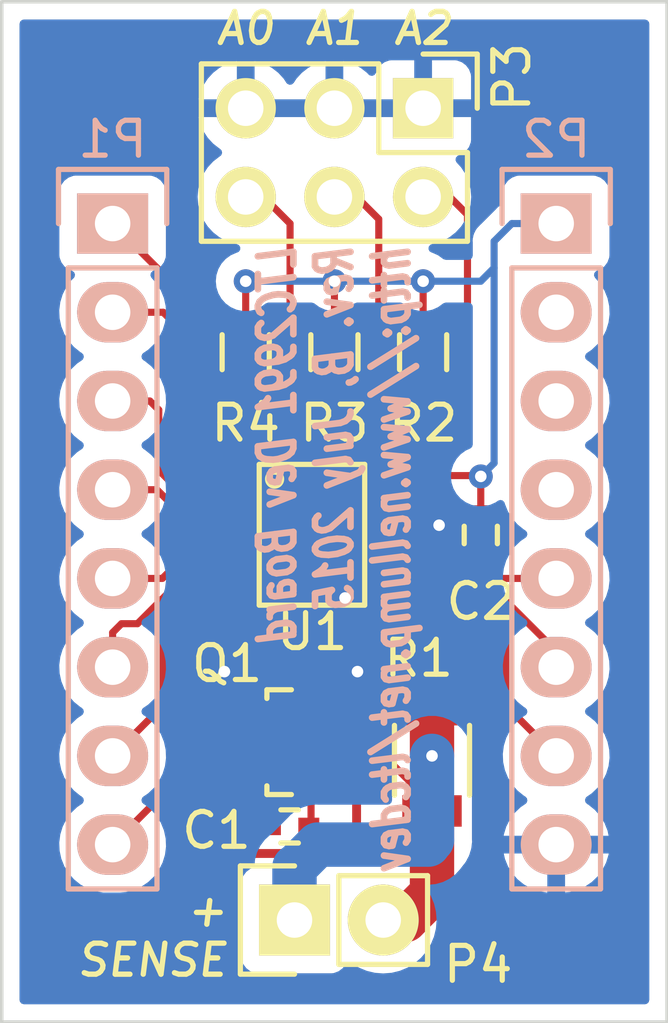
<source format=kicad_pcb>
(kicad_pcb (version 20221018) (generator pcbnew)
  (title_block (title "LTC2991 Development Board") (date "2015-07-25") (rev "B") (company "Paul Mullen <pm@nellump.net>") (comment 1 "<http://www.nellump.net/ltcdev>"))
  (layers (0 "F.Cu" signal) (31 "B.Cu" signal) (34 "B.Paste" user) (35 "F.Paste" user) (36 "B.SilkS" user "B.Silkscreen") (37 "F.SilkS" user "F.Silkscreen") (38 "B.Mask" user) (39 "F.Mask" user) (44 "Edge.Cuts" user))
  (net 0 "")
  (net 1 "/VCC")
  (net 2 "/SCL")
  (net 3 "/SDA")
  (net 4 "/V1")
  (net 5 "/V2")
  (net 6 "/V3")
  (net 7 "/V4")
  (net 8 "/GND")
  (net 9 "/PWM")
  (net 10 "/V8")
  (net 11 "/V7")
  (net 12 "/V6")
  (net 13 "/V5")
  (net 14 "/NC")
  (net 15 "/ADR2")
  (net 16 "/ADR1")
  (net 17 "/ADR0")
  (footprint "Resistors_SMD:R_1206" (layer "F.Cu") (at 143.764 109.728 -90)
    (fp_text reference "R1" (at -2.921 0.381) (layer "F.SilkS"))
    (fp_text value "0.1" hide)
    (fp_line (start -1 -1.075) (end 1 -1.075) (stroke (width 0.15)) (layer "F.SilkS"))
    (fp_line (start 1 1.075) (end -1 1.075) (stroke (width 0.15)) (layer "F.SilkS"))
    (pad "1" smd rect (at -1.45 0 270) (size 0.9 1.7) (layers "F.Cu" "F.Paste" "F.Mask") (net 4 "/V1"))
    (pad "2" smd rect (at 1.45 0 270) (size 0.9 1.7) (layers "F.Cu" "F.Paste" "F.Mask") (net 5 "/V2"))
  )
  (footprint "Pin_Headers:Pin_Header_Straight_2x03" (layer "F.Cu") (at 143.51 91.059 -90)
    (fp_text reference "P3" (at -0.889 -2.54 90) (layer "F.SilkS"))
    (fp_text value "PIN_HEAD_2x3" hide)
    (fp_line (start -1.55 -1.55) (end -1.55 0) (stroke (width 0.15)) (layer "F.SilkS"))
    (fp_line (start -1.55 -1.55) (end 0 -1.55) (stroke (width 0.15)) (layer "F.SilkS"))
    (fp_line (start -1.27 1.27) (end -1.27 6.35) (stroke (width 0.15)) (layer "F.SilkS"))
    (fp_line (start -1.27 6.35) (end 3.81 6.35) (stroke (width 0.15)) (layer "F.SilkS"))
    (fp_line (start 1.27 -1.27) (end 1.27 1.27) (stroke (width 0.15)) (layer "F.SilkS"))
    (fp_line (start 1.27 1.27) (end -1.27 1.27) (stroke (width 0.15)) (layer "F.SilkS"))
    (fp_line (start 3.81 -1.27) (end 1.27 -1.27) (stroke (width 0.15)) (layer "F.SilkS"))
    (fp_line (start 3.81 1.27) (end 3.81 -1.27) (stroke (width 0.15)) (layer "F.SilkS"))
    (fp_line (start 3.81 6.35) (end 3.81 1.27) (stroke (width 0.15)) (layer "F.SilkS"))
    (pad "1" thru_hole rect (at 0 0 270) (size 1.7272 1.7272) (drill 1.016) (layers "*.Cu" "*.Mask" "F.SilkS") (net 8 "/GND"))
    (pad "2" thru_hole oval (at 2.54 0 270) (size 1.7272 1.7272) (drill 1.016) (layers "*.Cu" "*.Mask" "F.SilkS") (net 15 "/ADR2"))
    (pad "3" thru_hole oval (at 0 2.54 270) (size 1.7272 1.7272) (drill 1.016) (layers "*.Cu" "*.Mask" "F.SilkS") (net 8 "/GND"))
    (pad "4" thru_hole oval (at 2.54 2.54 270) (size 1.7272 1.7272) (drill 1.016) (layers "*.Cu" "*.Mask" "F.SilkS") (net 16 "/ADR1"))
    (pad "5" thru_hole oval (at 0 5.08 270) (size 1.7272 1.7272) (drill 1.016) (layers "*.Cu" "*.Mask" "F.SilkS") (net 8 "/GND"))
    (pad "6" thru_hole oval (at 2.54 5.08 270) (size 1.7272 1.7272) (drill 1.016) (layers "*.Cu" "*.Mask" "F.SilkS") (net 17 "/ADR0"))
  )
  (footprint "Housings_SOT-23_SOT-143_TSOT-6:SOT-23" (layer "F.Cu") (at 139.6873 109.2073 90)
    (fp_text reference "Q1" (at 2.2479 -1.7907) (layer "F.SilkS"))
    (fp_text value "MMBT3904" hide)
    (fp_line (start -1.49982 -0.65024) (end -1.2509 -0.65024) (stroke (width 0.15)) (layer "F.SilkS"))
    (fp_line (start -1.49982 0.0508) (end -1.49982 -0.65024) (stroke (width 0.15)) (layer "F.SilkS"))
    (fp_line (start 1.29916 -0.65024) (end 1.2509 -0.65024) (stroke (width 0.15)) (layer "F.SilkS"))
    (fp_line (start 1.29916 -0.65024) (end 1.49982 -0.65024) (stroke (width 0.15)) (layer "F.SilkS"))
    (fp_line (start 1.49982 -0.65024) (end 1.49982 0.0508) (stroke (width 0.15)) (layer "F.SilkS"))
    (pad "1" smd rect (at -0.95 1.00076 90) (size 0.8001 0.8001) (layers "F.Cu" "F.Paste" "F.Mask") (net 6 "/V3"))
    (pad "2" smd rect (at 0.95 1.00076 90) (size 0.8001 0.8001) (layers "F.Cu" "F.Paste" "F.Mask") (net 6 "/V3"))
    (pad "3" smd rect (at 0 -0.99822 90) (size 0.8001 0.8001) (layers "F.Cu" "F.Paste" "F.Mask") (net 7 "/V4"))
  )
  (footprint "Resistors_SMD:R_0603" (layer "F.Cu") (at 143.51 98.044 -90)
    (fp_text reference "R2" (at 2.032 0) (layer "F.SilkS"))
    (fp_text value "5k6" hide)
    (fp_line (start -0.5 -0.675) (end 0.5 -0.675) (stroke (width 0.15)) (layer "F.SilkS"))
    (fp_line (start 0.5 0.675) (end -0.5 0.675) (stroke (width 0.15)) (layer "F.SilkS"))
    (pad "1" smd rect (at -0.75 0 270) (size 0.5 0.9) (layers "F.Cu" "F.Paste" "F.Mask") (net 1 "/VCC"))
    (pad "2" smd rect (at 0.75 0 270) (size 0.5 0.9) (layers "F.Cu" "F.Paste" "F.Mask") (net 15 "/ADR2"))
  )
  (footprint "Resistors_SMD:R_0603" (layer "F.Cu") (at 140.97 98.044 -90)
    (fp_text reference "R3" (at 2.032 0) (layer "F.SilkS"))
    (fp_text value "5k6" hide)
    (fp_line (start -0.5 -0.675) (end 0.5 -0.675) (stroke (width 0.15)) (layer "F.SilkS"))
    (fp_line (start 0.5 0.675) (end -0.5 0.675) (stroke (width 0.15)) (layer "F.SilkS"))
    (pad "1" smd rect (at -0.75 0 270) (size 0.5 0.9) (layers "F.Cu" "F.Paste" "F.Mask") (net 1 "/VCC"))
    (pad "2" smd rect (at 0.75 0 270) (size 0.5 0.9) (layers "F.Cu" "F.Paste" "F.Mask") (net 16 "/ADR1"))
  )
  (footprint "Resistors_SMD:R_0603" (layer "F.Cu") (at 138.43 98.044 -90)
    (fp_text reference "R4" (at 2.032 0) (layer "F.SilkS"))
    (fp_text value "5k6" hide)
    (fp_line (start -0.5 -0.675) (end 0.5 -0.675) (stroke (width 0.15)) (layer "F.SilkS"))
    (fp_line (start 0.5 0.675) (end -0.5 0.675) (stroke (width 0.15)) (layer "F.SilkS"))
    (pad "1" smd rect (at -0.75 0 270) (size 0.5 0.9) (layers "F.Cu" "F.Paste" "F.Mask") (net 1 "/VCC"))
    (pad "2" smd rect (at 0.75 0 270) (size 0.5 0.9) (layers "F.Cu" "F.Paste" "F.Mask") (net 17 "/ADR0"))
  )
  (footprint "Local:MSOP-16" (layer "F.Cu") (at 140.335 103.251)
    (fp_text reference "U1" (at 0 2.794) (layer "F.SilkS"))
    (fp_text value "LTC2991" hide)
    (fp_line (start -1.5178 -1.9946) (end 1.5022 -1.9946) (stroke (width 0.15)) (layer "F.SilkS"))
    (fp_line (start -1.5178 2.0354) (end -1.5178 -1.9946) (stroke (width 0.15)) (layer "F.SilkS"))
    (fp_line (start 1.5022 -1.9946) (end 1.5022 2.0354) (stroke (width 0.15)) (layer "F.SilkS"))
    (fp_line (start 1.5022 2.0354) (end -1.5178 2.0354) (stroke (width 0.15)) (layer "F.SilkS"))
    (fp_circle (center -1.0778 -1.5746) (end -0.8778 -1.5746) (stroke (width 0.15)) (fill none) (layer "F.SilkS"))
    (pad "1" smd rect (at -2.1778 -1.6746) (size 0.889 0.305) (layers "F.Cu" "F.Paste" "F.Mask") (net 4 "/V1"))
    (pad "2" smd rect (at -2.1778 -1.1746) (size 0.889 0.305) (layers "F.Cu" "F.Paste" "F.Mask") (net 5 "/V2"))
    (pad "3" smd rect (at -2.1778 -0.6746) (size 0.889 0.305) (layers "F.Cu" "F.Paste" "F.Mask") (net 6 "/V3"))
    (pad "4" smd rect (at -2.1778 -0.1746) (size 0.889 0.305) (layers "F.Cu" "F.Paste" "F.Mask") (net 7 "/V4"))
    (pad "5" smd rect (at -2.1778 0.3254) (size 0.889 0.305) (layers "F.Cu" "F.Paste" "F.Mask") (net 13 "/V5"))
    (pad "6" smd rect (at -2.1778 0.8254) (size 0.889 0.305) (layers "F.Cu" "F.Paste" "F.Mask") (net 12 "/V6"))
    (pad "7" smd rect (at -2.1778 1.3254) (size 0.889 0.305) (layers "F.Cu" "F.Paste" "F.Mask") (net 11 "/V7"))
    (pad "8" smd rect (at -2.1778 1.8254) (size 0.889 0.305) (layers "F.Cu" "F.Paste" "F.Mask") (net 10 "/V8"))
    (pad "9" smd rect (at 2.1622 1.8254) (size 0.889 0.305) (layers "F.Cu" "F.Paste" "F.Mask") (net 8 "/GND"))
    (pad "10" smd rect (at 2.1622 1.3254) (size 0.889 0.305) (layers "F.Cu" "F.Paste" "F.Mask") (net 3 "/SDA"))
    (pad "11" smd rect (at 2.1622 0.8254) (size 0.889 0.305) (layers "F.Cu" "F.Paste" "F.Mask") (net 2 "/SCL"))
    (pad "12" smd rect (at 2.1622 0.3254) (size 0.889 0.305) (layers "F.Cu" "F.Paste" "F.Mask") (net 9 "/PWM"))
    (pad "13" smd rect (at 2.1622 -0.1746) (size 0.889 0.305) (layers "F.Cu" "F.Paste" "F.Mask") (net 17 "/ADR0"))
    (pad "14" smd rect (at 2.1622 -0.6746) (size 0.889 0.305) (layers "F.Cu" "F.Paste" "F.Mask") (net 16 "/ADR1"))
    (pad "15" smd rect (at 2.1622 -1.1746) (size 0.889 0.305) (layers "F.Cu" "F.Paste" "F.Mask") (net 15 "/ADR2"))
    (pad "16" smd rect (at 2.1622 -1.6746) (size 0.889 0.305) (layers "F.Cu" "F.Paste" "F.Mask") (net 1 "/VCC"))
  )
  (footprint "Capacitors_SMD:C_0402" (layer "F.Cu") (at 139.6873 111.6203 180)
    (fp_text reference "C1" (at 2.0955 -0.1143) (layer "F.SilkS"))
    (fp_text value "470p" hide)
    (fp_line (start -0.25 0.475) (end 0.25 0.475) (stroke (width 0.15)) (layer "F.SilkS"))
    (fp_line (start 0.25 -0.475) (end -0.25 -0.475) (stroke (width 0.15)) (layer "F.SilkS"))
    (pad "1" smd rect (at -0.55 0 180) (size 0.6 0.5) (layers "F.Cu" "F.Paste" "F.Mask") (net 6 "/V3"))
    (pad "2" smd rect (at 0.55 0 180) (size 0.6 0.5) (layers "F.Cu" "F.Paste" "F.Mask") (net 7 "/V4"))
  )
  (footprint "Capacitors_SMD:C_0402" (layer "F.Cu") (at 145.161 103.2764 -90)
    (fp_text reference "C2" (at 1.905 0) (layer "F.SilkS"))
    (fp_text value "0.1μ" hide)
    (fp_line (start -0.25 0.475) (end 0.25 0.475) (stroke (width 0.15)) (layer "F.SilkS"))
    (fp_line (start 0.25 -0.475) (end -0.25 -0.475) (stroke (width 0.15)) (layer "F.SilkS"))
    (pad "1" smd rect (at -0.55 0 270) (size 0.6 0.5) (layers "F.Cu" "F.Paste" "F.Mask") (net 1 "/VCC"))
    (pad "2" smd rect (at 0.55 0 270) (size 0.6 0.5) (layers "F.Cu" "F.Paste" "F.Mask") (net 8 "/GND"))
  )
  (footprint "Pin_Headers:Pin_Header_Straight_1x02" (layer "F.Cu") (at 139.827 114.3 90)
    (fp_text reference "P4" (at -1.27 5.2578 180) (layer "F.SilkS"))
    (fp_text value "CONN_SENSE" hide)
    (fp_line (start -1.55 -1.55) (end 1.55 -1.55) (stroke (width 0.15)) (layer "F.SilkS"))
    (fp_line (start -1.55 0) (end -1.55 -1.55) (stroke (width 0.15)) (layer "F.SilkS"))
    (fp_line (start -1.27 1.27) (end -1.27 3.81) (stroke (width 0.15)) (layer "F.SilkS"))
    (fp_line (start -1.27 3.81) (end 1.27 3.81) (stroke (width 0.15)) (layer "F.SilkS"))
    (fp_line (start 1.27 1.27) (end -1.27 1.27) (stroke (width 0.15)) (layer "F.SilkS"))
    (fp_line (start 1.27 1.27) (end 1.27 3.81) (stroke (width 0.15)) (layer "F.SilkS"))
    (fp_line (start 1.55 -1.55) (end 1.55 0) (stroke (width 0.15)) (layer "F.SilkS"))
    (pad "1" thru_hole rect (at 0 0 90) (size 2.032 2.032) (drill 1.016) (layers "*.Cu" "*.Mask" "F.SilkS") (net 4 "/V1"))
    (pad "2" thru_hole oval (at 0 2.54 90) (size 2.032 2.032) (drill 1.016) (layers "*.Cu" "*.Mask" "F.SilkS") (net 5 "/V2"))
  )
  (footprint "Pin_Headers:Pin_Header_Straight_1x08" (layer "B.Cu") (at 134.62 94.361 180)
    (fp_text reference "P1" (at 0 2.413 180) (layer "B.SilkS") (effects (justify mirror)))
    (fp_text value "PIN_HEAD_1x8" hide)
    (fp_line (start -1.55 0) (end -1.55 1.55) (stroke (width 0.15)) (layer "B.SilkS"))
    (fp_line (start -1.55 1.55) (end 1.55 1.55) (stroke (width 0.15)) (layer "B.SilkS"))
    (fp_line (start -1.27 -19.05) (end -1.27 -1.27) (stroke (width 0.15)) (layer "B.SilkS"))
    (fp_line (start 1.27 -19.05) (end -1.27 -19.05) (stroke (width 0.15)) (layer "B.SilkS"))
    (fp_line (start 1.27 -1.27) (end -1.27 -1.27) (stroke (width 0.15)) (layer "B.SilkS"))
    (fp_line (start 1.27 -1.27) (end 1.27 -19.05) (stroke (width 0.15)) (layer "B.SilkS"))
    (fp_line (start 1.55 1.55) (end 1.55 0) (stroke (width 0.15)) (layer "B.SilkS"))
    (pad "1" thru_hole rect (at 0 0 180) (size 2.032 1.7272) (drill 1.016) (layers "*.Cu" "*.Mask" "B.SilkS") (net 4 "/V1"))
    (pad "2" thru_hole oval (at 0 -2.54 180) (size 2.032 1.7272) (drill 1.016) (layers "*.Cu" "*.Mask" "B.SilkS") (net 5 "/V2"))
    (pad "3" thru_hole oval (at 0 -5.08 180) (size 2.032 1.7272) (drill 1.016) (layers "*.Cu" "*.Mask" "B.SilkS") (net 6 "/V3"))
    (pad "4" thru_hole oval (at 0 -7.62 180) (size 2.032 1.7272) (drill 1.016) (layers "*.Cu" "*.Mask" "B.SilkS") (net 7 "/V4"))
    (pad "5" thru_hole oval (at 0 -10.16 180) (size 2.032 1.7272) (drill 1.016) (layers "*.Cu" "*.Mask" "B.SilkS") (net 13 "/V5"))
    (pad "6" thru_hole oval (at 0 -12.7 180) (size 2.032 1.7272) (drill 1.016) (layers "*.Cu" "*.Mask" "B.SilkS") (net 12 "/V6"))
    (pad "7" thru_hole oval (at 0 -15.24 180) (size 2.032 1.7272) (drill 1.016) (layers "*.Cu" "*.Mask" "B.SilkS") (net 11 "/V7"))
    (pad "8" thru_hole oval (at 0 -17.78 180) (size 2.032 1.7272) (drill 1.016) (layers "*.Cu" "*.Mask" "B.SilkS") (net 10 "/V8"))
  )
  (footprint "Pin_Headers:Pin_Header_Straight_1x08" (layer "B.Cu") (at 147.32 94.361 180)
    (fp_text reference "P2" (at 0 2.413 180) (layer "B.SilkS") (effects (justify mirror)))
    (fp_text value "PIN_HEAD_1x8" hide)
    (fp_line (start -1.55 0) (end -1.55 1.55) (stroke (width 0.15)) (layer "B.SilkS"))
    (fp_line (start -1.55 1.55) (end 1.55 1.55) (stroke (width 0.15)) (layer "B.SilkS"))
    (fp_line (start -1.27 -19.05) (end -1.27 -1.27) (stroke (width 0.15)) (layer "B.SilkS"))
    (fp_line (start 1.27 -19.05) (end -1.27 -19.05) (stroke (width 0.15)) (layer "B.SilkS"))
    (fp_line (start 1.27 -1.27) (end -1.27 -1.27) (stroke (width 0.15)) (layer "B.SilkS"))
    (fp_line (start 1.27 -1.27) (end 1.27 -19.05) (stroke (width 0.15)) (layer "B.SilkS"))
    (fp_line (start 1.55 1.55) (end 1.55 0) (stroke (width 0.15)) (layer "B.SilkS"))
    (pad "1" thru_hole rect (at 0 0 180) (size 2.032 1.7272) (drill 1.016) (layers "*.Cu" "*.Mask" "B.SilkS") (net 1 "/VCC"))
    (pad "2" thru_hole oval (at 0 -2.54 180) (size 2.032 1.7272) (drill 1.016) (layers "*.Cu" "*.Mask" "B.SilkS") (net 14 "/NC"))
    (pad "3" thru_hole oval (at 0 -5.08 180) (size 2.032 1.7272) (drill 1.016) (layers "*.Cu" "*.Mask" "B.SilkS") (net 14 "/NC"))
    (pad "4" thru_hole oval (at 0 -7.62 180) (size 2.032 1.7272) (drill 1.016) (layers "*.Cu" "*.Mask" "B.SilkS") (net 14 "/NC"))
    (pad "5" thru_hole oval (at 0 -10.16 180) (size 2.032 1.7272) (drill 1.016) (layers "*.Cu" "*.Mask" "B.SilkS") (net 9 "/PWM"))
    (pad "6" thru_hole oval (at 0 -12.7 180) (size 2.032 1.7272) (drill 1.016) (layers "*.Cu" "*.Mask" "B.SilkS") (net 2 "/SCL"))
    (pad "7" thru_hole oval (at 0 -15.24 180) (size 2.032 1.7272) (drill 1.016) (layers "*.Cu" "*.Mask" "B.SilkS") (net 3 "/SDA"))
    (pad "8" thru_hole oval (at 0 -17.78 180) (size 2.032 1.7272) (drill 1.016) (layers "*.Cu" "*.Mask" "B.SilkS") (net 8 "/GND"))
  )
  (gr_line (start 131.445 88.011) (end 150.495 88.011) (stroke (width 0.1)) (layer "Edge.Cuts"))
  (gr_line (start 150.495 88.011) (end 150.495 117.221) (stroke (width 0.1)) (layer "Edge.Cuts"))
  (gr_line (start 150.495 117.221) (end 131.445 117.221) (stroke (width 0.1)) (layer "Edge.Cuts"))
  (gr_line (start 131.445 88.011) (end 131.445 117.221) (stroke (width 0.1)) (layer "Edge.Cuts"))
  (gr_text "LTC2991 Dev Board\nRev. B, July 2015\nhttp://www.nellump.net/ltcdev" (at 140.97 94.869 90) (layer "B.SilkS") (effects (font (size 1.016 0.762) (thickness 0.1905) italic) (justify left mirror)))
  (gr_text "A0" (at 138.43 88.773) (layer "F.SilkS") (effects (font (size 0.889 0.889) (thickness 0.1524) italic)))
  (gr_text "A1" (at 140.97 88.773) (layer "F.SilkS") (effects (font (size 0.889 0.889) (thickness 0.1524) italic)))
  (gr_text "A2" (at 143.51 88.773) (layer "F.SilkS") (effects (font (size 0.889 0.889) (thickness 0.1524) italic)))
  (gr_text "+\nSENSE" (at 137.9728 114.7318) (layer "F.SilkS") (effects (font (size 0.889 0.889) (thickness 0.1524) italic) (justify right)))
  (segment (start 143.51 96.012) (end 143.51 97.294) (width 0.2032) (layer "F.Cu") (net 1))
  (segment (start 140.97 96.012) (end 140.97 97.294) (width 0.2032) (layer "F.Cu") (net 1))
  (segment (start 138.43 96.012) (end 138.43 97.294) (width 0.2032) (layer "F.Cu") (net 1))
  (segment (start 145.161 101.6) (end 145.1374 101.5764) (width 0.2032) (layer "F.Cu") (net 1))
  (segment (start 145.1374 101.5764) (end 145.161 101.6) (width 0.2032) (layer "F.Cu") (net 1))
  (segment (start 145.161 102.7264) (end 145.161 101.6) (width 0.2032) (layer "F.Cu") (net 1))
  (segment (start 142.4972 101.5764) (end 145.1374 101.5764) (width 0.2032) (layer "F.Cu") (net 1))
  (via (at 145.161 101.6) (size 0.6858) (drill 0.3302) (layers "F.Cu" "B.Cu") (net 1))
  (via (at 140.97 96.012) (size 0.6858) (drill 0.3302) (layers "F.Cu" "B.Cu") (net 1))
  (via (at 143.51 96.012) (size 0.6858) (drill 0.3302) (layers "F.Cu" "B.Cu") (net 1))
  (via (at 138.43 96.012) (size 0.6858) (drill 0.3302) (layers "F.Cu" "B.Cu") (net 1))
  (segment (start 146.05 94.361) (end 145.542 94.869) (width 0.2032) (layer "B.Cu") (net 1))
  (segment (start 145.542 94.869) (end 145.542 95.631) (width 0.2032) (layer "B.Cu") (net 1))
  (segment (start 145.542 95.631) (end 145.161 96.012) (width 0.2032) (layer "B.Cu") (net 1))
  (segment (start 145.161 96.012) (end 143.51 96.012) (width 0.2032) (layer "B.Cu") (net 1))
  (segment (start 145.542 101.219) (end 145.161 101.6) (width 0.2032) (layer "B.Cu") (net 1))
  (segment (start 140.97 96.012) (end 138.43 96.012) (width 0.2032) (layer "B.Cu") (net 1))
  (segment (start 147.32 94.361) (end 146.05 94.361) (width 0.2032) (layer "B.Cu") (net 1))
  (segment (start 143.51 96.012) (end 140.97 96.012) (width 0.2032) (layer "B.Cu") (net 1))
  (segment (start 145.542 95.631) (end 145.542 101.219) (width 0.2032) (layer "B.Cu") (net 1))
  (segment (start 143.4464 104.0764) (end 144.2974 104.9274) (width 0.2032) (layer "F.Cu") (net 2))
  (segment (start 144.2974 104.9274) (end 145.6436 104.9274) (width 0.2032) (layer "F.Cu") (net 2))
  (segment (start 145.6436 104.9274) (end 147.32 106.6038) (width 0.2032) (layer "F.Cu") (net 2))
  (segment (start 147.32 106.6038) (end 147.32 107.061) (width 0.2032) (layer "F.Cu") (net 2))
  (segment (start 142.4972 104.0764) (end 143.4464 104.0764) (width 0.2032) (layer "F.Cu") (net 2))
  (segment (start 143.3368 104.5764) (end 144.0688 105.3084) (width 0.2032) (layer "F.Cu") (net 3))
  (segment (start 144.0688 105.3084) (end 145.3896 105.3084) (width 0.2032) (layer "F.Cu") (net 3))
  (segment (start 145.3896 105.3084) (end 145.8722 105.791) (width 0.2032) (layer "F.Cu") (net 3))
  (segment (start 145.8722 105.791) (end 145.8722 108.1532) (width 0.2032) (layer "F.Cu") (net 3))
  (segment (start 145.8722 108.1532) (end 147.32 109.601) (width 0.2032) (layer "F.Cu") (net 3))
  (segment (start 142.4972 104.5764) (end 143.3368 104.5764) (width 0.2032) (layer "F.Cu") (net 3))
  (segment (start 137.238 101.5764) (end 136.7028 101.0412) (width 0.2032) (layer "F.Cu") (net 4))
  (segment (start 136.7028 101.0412) (end 136.7028 96.4438) (width 0.2032) (layer "F.Cu") (net 4))
  (segment (start 136.7028 96.4438) (end 134.62 94.361) (width 0.2032) (layer "F.Cu") (net 4))
  (segment (start 139.3208 101.5764) (end 140.4874 102.743) (width 0.2032) (layer "F.Cu") (net 4))
  (segment (start 140.4874 102.743) (end 140.4874 105.3846) (width 0.2032) (layer "F.Cu") (net 4))
  (segment (start 140.4874 105.3846) (end 140.843 105.7402) (width 0.2032) (layer "F.Cu") (net 4))
  (segment (start 140.843 105.7402) (end 143.51 105.7402) (width 0.2032) (layer "F.Cu") (net 4))
  (segment (start 143.51 105.7402) (end 143.764 105.9942) (width 0.2032) (layer "F.Cu") (net 4))
  (segment (start 143.764 105.9942) (end 143.764 108.278) (width 0.2032) (layer "F.Cu") (net 4))
  (segment (start 138.1572 101.5764) (end 137.238 101.5764) (width 0.2032) (layer "F.Cu") (net 4))
  (segment (start 138.1572 101.5764) (end 139.3208 101.5764) (width 0.2032) (layer "F.Cu") (net 4))
  (segment (start 143.764 108.278) (end 143.764 109.601) (width 1.27) (layer "F.Cu") (net 4))
  (via (at 143.764 109.601) (size 0.6858) (drill 0.3302) (layers "F.Cu" "B.Cu") (net 4))
  (segment (start 143.764 109.601) (end 143.764 112.014) (width 1.27) (layer "B.Cu") (net 4))
  (segment (start 143.764 112.014) (end 143.637 112.141) (width 1.27) (layer "B.Cu") (net 4))
  (segment (start 143.6624 112.141) (end 140.4874 112.141) (width 1.27) (layer "B.Cu") (net 4))
  (segment (start 140.4874 112.141) (end 139.8524 112.776) (width 1.27) (layer "B.Cu") (net 4))
  (segment (start 139.827 112.776) (end 139.827 114.3) (width 1.27) (layer "B.Cu") (net 4))
  (segment (start 143.002 114.3) (end 143.764 113.538) (width 1.27) (layer "F.Cu") (net 5))
  (segment (start 143.764 113.538) (end 143.764 111.178) (width 1.27) (layer "F.Cu") (net 5))
  (segment (start 137.1538 102.0764) (end 136.3218 101.2444) (width 0.2032) (layer "F.Cu") (net 5))
  (segment (start 136.3218 101.2444) (end 136.3218 97.155) (width 0.2032) (layer "F.Cu") (net 5))
  (segment (start 136.3218 97.155) (end 136.0678 96.901) (width 0.2032) (layer "F.Cu") (net 5))
  (segment (start 136.0678 96.901) (end 134.62 96.901) (width 0.2032) (layer "F.Cu") (net 5))
  (segment (start 143.764 110.9726) (end 142.621 109.8296) (width 0.2032) (layer "F.Cu") (net 5))
  (segment (start 142.621 109.8296) (end 142.621 106.3752) (width 0.2032) (layer "F.Cu") (net 5))
  (segment (start 142.621 106.3752) (end 142.367 106.1212) (width 0.2032) (layer "F.Cu") (net 5))
  (segment (start 142.367 106.1212) (end 140.6652 106.1212) (width 0.2032) (layer "F.Cu") (net 5))
  (segment (start 140.6652 106.1212) (end 140.0556 105.5116) (width 0.2032) (layer "F.Cu") (net 5))
  (segment (start 140.0556 105.5116) (end 140.0556 102.87) (width 0.2032) (layer "F.Cu") (net 5))
  (segment (start 140.0556 102.87) (end 139.262 102.0764) (width 0.2032) (layer "F.Cu") (net 5))
  (segment (start 139.262 102.0764) (end 138.1572 102.0764) (width 0.2032) (layer "F.Cu") (net 5))
  (segment (start 143.764 111.178) (end 143.764 110.9726) (width 0.2032) (layer "F.Cu") (net 5))
  (segment (start 138.1572 102.0764) (end 137.1538 102.0764) (width 0.2032) (layer "F.Cu") (net 5))
  (segment (start 142.367 114.3) (end 143.002 114.3) (width 1.27) (layer "F.Cu") (net 5))
  (segment (start 140.3008 110.54456) (end 140.75156 110.0938) (width 0.2032) (layer "F.Cu") (net 6))
  (segment (start 137.095 102.5764) (end 135.9408 101.4222) (width 0.2032) (layer "F.Cu") (net 6))
  (segment (start 135.9408 101.4222) (end 135.9408 99.695) (width 0.2032) (layer "F.Cu") (net 6))
  (segment (start 135.9408 99.695) (end 135.6868 99.441) (width 0.2032) (layer "F.Cu") (net 6))
  (segment (start 135.6868 99.441) (end 134.62 99.441) (width 0.2032) (layer "F.Cu") (net 6))
  (segment (start 139.1524 102.5764) (end 139.6238 103.0478) (width 0.2032) (layer "F.Cu") (net 6))
  (segment (start 139.6238 103.0478) (end 139.6238 105.6386) (width 0.2032) (layer "F.Cu") (net 6))
  (segment (start 139.6238 105.6386) (end 140.68806 106.70286) (width 0.2032) (layer "F.Cu") (net 6))
  (segment (start 140.68806 106.70286) (end 140.68806 108.2573) (width 0.2032) (layer "F.Cu") (net 6))
  (segment (start 140.75156 108.1938) (end 140.75156 110.0938) (width 0.2032) (layer "F.Cu") (net 6))
  (segment (start 140.3008 111.5568) (end 140.3008 110.54456) (width 0.2032) (layer "F.Cu") (net 6))
  (segment (start 138.1572 102.5764) (end 137.095 102.5764) (width 0.2032) (layer "F.Cu") (net 6))
  (segment (start 138.1572 102.5764) (end 139.1524 102.5764) (width 0.2032) (layer "F.Cu") (net 6))
  (segment (start 139.2008 109.59202) (end 138.75258 109.1438) (width 0.2032) (layer "F.Cu") (net 7))
  (segment (start 138.6713 109.18952) (end 138.68908 109.2073) (width 0.2032) (layer "F.Cu") (net 7))
  (segment (start 136.9854 103.0764) (end 135.89 101.981) (width 0.2032) (layer "F.Cu") (net 7))
  (segment (start 135.89 101.981) (end 134.62 101.981) (width 0.2032) (layer "F.Cu") (net 7))
  (segment (start 138.9158 103.0764) (end 139.192 103.3526) (width 0.2032) (layer "F.Cu") (net 7))
  (segment (start 139.192 103.3526) (end 139.192 106.1466) (width 0.2032) (layer "F.Cu") (net 7))
  (segment (start 139.192 106.1466) (end 138.68908 106.64952) (width 0.2032) (layer "F.Cu") (net 7))
  (segment (start 138.68908 106.64952) (end 138.68908 109.2073) (width 0.2032) (layer "F.Cu") (net 7))
  (segment (start 138.1572 103.0764) (end 136.9854 103.0764) (width 0.2032) (layer "F.Cu") (net 7))
  (segment (start 139.2008 111.5568) (end 139.2008 109.59202) (width 0.2032) (layer "F.Cu") (net 7))
  (segment (start 138.1572 103.0764) (end 138.9158 103.0764) (width 0.2032) (layer "F.Cu") (net 7))
  (segment (start 142.5026 105.071) (end 142.4972 105.0764) (width 0.2032) (layer "F.Cu") (net 8))
  (segment (start 142.5026 105.071) (end 142.4972 105.0764) (width 0.2032) (layer "F.Cu") (net 8))
  (segment (start 144.441 103.8264) (end 143.9672 103.3526) (width 0.2032) (layer "F.Cu") (net 8))
  (segment (start 143.9672 103.3526) (end 143.9672 102.997) (width 0.2032) (layer "F.Cu") (net 8))
  (segment (start 141.2782 105.0764) (end 141.2748 105.0798) (width 0.2032) (layer "F.Cu") (net 8))
  (segment (start 137.795 112.395) (end 141.605 112.395) (width 0.254) (layer "F.Cu") (net 8))
  (segment (start 141.605 112.395) (end 141.605 107.188) (width 0.254) (layer "F.Cu") (net 8))
  (segment (start 137.795 107.188) (end 137.795 112.395) (width 0.254) (layer "F.Cu") (net 8))
  (segment (start 142.4972 105.0764) (end 141.2782 105.0764) (width 0.2032) (layer "F.Cu") (net 8))
  (segment (start 145.161 103.8264) (end 144.441 103.8264) (width 0.2032) (layer "F.Cu") (net 8))
  (via (at 141.6304 107.188) (size 0.6858) (drill 0.3302) (layers "F.Cu" "B.Cu") (net 8))
  (via (at 143.9672 102.997) (size 0.6858) (drill 0.3302) (layers "F.Cu" "B.Cu") (net 8))
  (via (at 141.2748 105.0798) (size 0.6858) (drill 0.3302) (layers "F.Cu" "B.Cu") (net 8))
  (via (at 137.8204 107.188) (size 0.6858) (drill 0.3302) (layers "F.Cu" "B.Cu") (net 8))
  (segment (start 141.605 107.188) (end 137.795 107.188) (width 0.254) (layer "B.Cu") (net 8))
  (segment (start 141.2748 106.8324) (end 141.6304 107.188) (width 0.2032) (layer "B.Cu") (net 8))
  (segment (start 141.2748 105.0798) (end 141.2748 106.8324) (width 0.2032) (layer "B.Cu") (net 8))
  (segment (start 143.5814 103.5764) (end 144.526 104.521) (width 0.2032) (layer "F.Cu") (net 9))
  (segment (start 144.526 104.521) (end 147.32 104.521) (width 0.2032) (layer "F.Cu") (net 9))
  (segment (start 142.4972 103.5764) (end 143.5814 103.5764) (width 0.2032) (layer "F.Cu") (net 9))
  (segment (start 137.1634 105.0764) (end 136.4488 105.791) (width 0.2032) (layer "F.Cu") (net 10))
  (segment (start 136.4488 105.791) (end 136.4488 110.3122) (width 0.2032) (layer "F.Cu") (net 10))
  (segment (start 136.4488 110.3122) (end 134.62 112.141) (width 0.2032) (layer "F.Cu") (net 10))
  (segment (start 138.1572 105.0764) (end 137.1634 105.0764) (width 0.2032) (layer "F.Cu") (net 10))
  (segment (start 137.1046 104.5764) (end 136.0678 105.6132) (width 0.2032) (layer "F.Cu") (net 11))
  (segment (start 136.0678 105.6132) (end 136.0678 108.1532) (width 0.2032) (layer "F.Cu") (net 11))
  (segment (start 136.0678 108.1532) (end 134.62 109.601) (width 0.2032) (layer "F.Cu") (net 11))
  (segment (start 138.1572 104.5764) (end 137.1046 104.5764) (width 0.2032) (layer "F.Cu") (net 11))
  (segment (start 137.0712 104.0764) (end 135.3312 105.8164) (width 0.2032) (layer "F.Cu") (net 12))
  (segment (start 135.3312 105.8164) (end 134.874 105.8164) (width 0.2032) (layer "F.Cu") (net 12))
  (segment (start 134.874 105.8164) (end 134.62 106.0704) (width 0.2032) (layer "F.Cu") (net 12))
  (segment (start 134.62 106.0704) (end 134.62 107.061) (width 0.2032) (layer "F.Cu") (net 12))
  (segment (start 138.1572 104.0764) (end 137.0712 104.0764) (width 0.2032) (layer "F.Cu") (net 12))
  (segment (start 136.987 103.5764) (end 136.0424 104.521) (width 0.2032) (layer "F.Cu") (net 13))
  (segment (start 136.0424 104.521) (end 134.62 104.521) (width 0.2032) (layer "F.Cu") (net 13))
  (segment (start 138.1572 103.5764) (end 136.987 103.5764) (width 0.2032) (layer "F.Cu") (net 13))
  (segment (start 144.272 93.599) (end 144.78 94.107) (width 0.2032) (layer "F.Cu") (net 15))
  (segment (start 144.78 94.107) (end 144.78 98.425) (width 0.2032) (layer "F.Cu") (net 15))
  (segment (start 144.78 98.425) (end 144.411 98.794) (width 0.2032) (layer "F.Cu") (net 15))
  (segment (start 144.411 98.794) (end 143.51 98.794) (width 0.2032) (layer "F.Cu") (net 15))
  (segment (start 141.8906 102.0764) (end 141.7952 101.981) (width 0.2032) (layer "F.Cu") (net 15))
  (segment (start 141.7952 101.981) (end 141.7952 99.3778) (width 0.2032) (layer "F.Cu") (net 15))
  (segment (start 141.7952 99.3778) (end 141.9225 99.2505) (width 0.2032) (layer "F.Cu") (net 15))
  (segment (start 141.9225 99.2505) (end 142.8115 99.2505) (width 0.2032) (layer "F.Cu") (net 15))
  (segment (start 142.8115 99.2505) (end 143.268 98.794) (width 0.2032) (layer "F.Cu") (net 15))
  (segment (start 143.268 98.794) (end 143.51 98.794) (width 0.2032) (layer "F.Cu") (net 15))
  (segment (start 143.51 93.599) (end 144.272 93.599) (width 0.2032) (layer "F.Cu") (net 15))
  (segment (start 142.4972 102.0764) (end 141.8906 102.0764) (width 0.2032) (layer "F.Cu") (net 15))
  (segment (start 141.605 93.599) (end 142.24 94.234) (width 0.2032) (layer "F.Cu") (net 16))
  (segment (start 142.24 94.234) (end 142.24 98.425) (width 0.2032) (layer "F.Cu") (net 16))
  (segment (start 142.24 98.425) (end 141.871 98.794) (width 0.2032) (layer "F.Cu") (net 16))
  (segment (start 141.871 98.794) (end 140.97 98.794) (width 0.2032) (layer "F.Cu") (net 16))
  (segment (start 141.887702 102.5764) (end 141.4272 102.115898) (width 0.2032) (layer "F.Cu") (net 16))
  (segment (start 141.4272 102.115898) (end 141.4272 99.2512) (width 0.2032) (layer "F.Cu") (net 16))
  (segment (start 141.4272 99.2512) (end 140.97 98.794) (width 0.2032) (layer "F.Cu") (net 16))
  (segment (start 140.97 93.599) (end 141.605 93.599) (width 0.2032) (layer "F.Cu") (net 16))
  (segment (start 142.4972 102.5764) (end 141.887702 102.5764) (width 0.2032) (layer "F.Cu") (net 16))
  (segment (start 138.442 98.806) (end 138.43 98.794) (width 0.2032) (layer "F.Cu") (net 17))
  (segment (start 138.938 93.599) (end 139.7 94.361) (width 0.2032) (layer "F.Cu") (net 17))
  (segment (start 139.7 94.361) (end 139.7 98.425) (width 0.2032) (layer "F.Cu") (net 17))
  (segment (start 139.7 98.425) (end 139.319 98.806) (width 0.2032) (layer "F.Cu") (net 17))
  (segment (start 139.319 98.806) (end 138.442 98.806) (width 0.2032) (layer "F.Cu") (net 17))
  (segment (start 138.442 98.806) (end 138.43 98.794) (width 0.2032) (layer "F.Cu") (net 17))
  (segment (start 141.8622 103.0764) (end 141.071598 102.285798) (width 0.2032) (layer "F.Cu") (net 17))
  (segment (start 141.071598 102.285798) (end 141.071598 99.720398) (width 0.2032) (layer "F.Cu") (net 17))
  (segment (start 141.071598 99.720398) (end 140.9192 99.568) (width 0.2032) (layer "F.Cu") (net 17))
  (segment (start 140.9192 99.568) (end 139.5476 99.568) (width 0.2032) (layer "F.Cu") (net 17))
  (segment (start 139.5476 99.568) (end 139.319 99.3394) (width 0.2032) (layer "F.Cu") (net 17))
  (segment (start 139.319 99.3394) (end 139.319 98.806) (width 0.2032) (layer "F.Cu") (net 17))
  (segment (start 138.43 93.599) (end 138.938 93.599) (width 0.2032) (layer "F.Cu") (net 17))
  (segment (start 142.4972 103.0764) (end 141.8622 103.0764) (width 0.2032) (layer "F.Cu") (net 17))
  (zone (net 8) (net_name "/GND") (layer "B.Cu") (connect_pads (clearance 0.508)) (min_thickness 0.254) (fill yes (thermal_gap 0.508) (thermal_bridge_width 0.508))
    (polygon (pts (xy 149.987 116.713) (xy 131.953 116.713) (xy 131.953 88.519) (xy 149.987 88.519)))
  )
)
</source>
